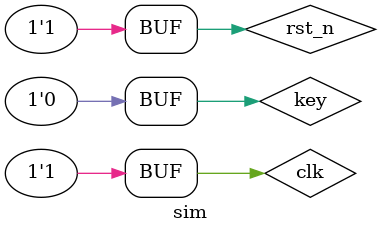
<source format=v>
`timescale 1ns / 1ps

module sim();
    reg clk, rst_n, key;    //Ä£¿éÊäÈëÐÅºÅÉèÖÃÎªregÐÍ
    
    wire [6:0] led;         //Ä£¿éÊä³öÐÅºÅÉèÖÃÎªwireÐÍ
    wire [1:0] dx;
    
    parameter period = 20;  //Ò»Ê±ÖÓÖÜÆÚÊ±¼ä
    //µ÷ÓÃÏëÒª½øÐÐ·ÂÕæµÄÄ£¿é
    key_light_control U_key_light_control
    (
        .I_clk              (clk),
        .I_rst_n            (rst_n),
        .I_key              (key),
        .O_led              (led),
        .O_dx               (dx)
    );
    //Ä£ÄâÊ±ÖÓÐÅºÅ
    always begin
        clk = 1'b0;
        #(period/2); //ÑÓÊ±°ë¸öperiod
        clk = 1'b1;
        #(period/2);
    end
    
    always begin
        rst_n = 1'b0;
        key = 1'b0;
        #(period/2);
        
        //°´¼üÈ¥¶¶²âÊÔ
        rst_n = 1'b1;
        key = 1'b1;
        #(4*period);
        key = 1'b0;
        #period;
        
        //°´¼ü¿ØÖÆ²âÊÔ
        key = 1'b1;
        #(50*period);
        key = 1'b0;
        #(50*period);
        key = 1'b1;
        #(50*period);
        key = 1'b0;
        #(1000*period);
    end

endmodule

</source>
